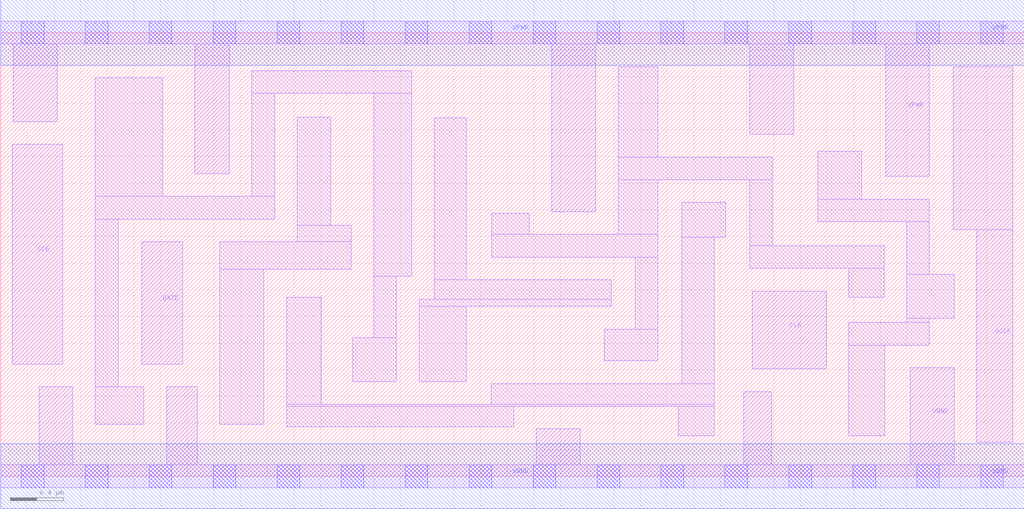
<source format=lef>
# Copyright 2020 The SkyWater PDK Authors
#
# Licensed under the Apache License, Version 2.0 (the "License");
# you may not use this file except in compliance with the License.
# You may obtain a copy of the License at
#
#     https://www.apache.org/licenses/LICENSE-2.0
#
# Unless required by applicable law or agreed to in writing, software
# distributed under the License is distributed on an "AS IS" BASIS,
# WITHOUT WARRANTIES OR CONDITIONS OF ANY KIND, either express or implied.
# See the License for the specific language governing permissions and
# limitations under the License.
#
# SPDX-License-Identifier: Apache-2.0

VERSION 5.7 ;
  NAMESCASESENSITIVE ON ;
  NOWIREEXTENSIONATPIN ON ;
  DIVIDERCHAR "/" ;
  BUSBITCHARS "[]" ;
UNITS
  DATABASE MICRONS 200 ;
END UNITS
MACRO sky130_fd_sc_lp__sdlclkp_1
  CLASS CORE ;
  SOURCE USER ;
  FOREIGN sky130_fd_sc_lp__sdlclkp_1 ;
  ORIGIN  0.000000  0.000000 ;
  SIZE  7.680000 BY  3.330000 ;
  SYMMETRY X Y R90 ;
  SITE unit ;
  PIN GATE
    ANTENNAGATEAREA  0.159000 ;
    DIRECTION INPUT ;
    USE SIGNAL ;
    PORT
      LAYER li1 ;
        RECT 1.060000 0.840000 1.365000 1.760000 ;
    END
  END GATE
  PIN GCLK
    ANTENNADIFFAREA  0.556500 ;
    DIRECTION OUTPUT ;
    USE SIGNAL ;
    PORT
      LAYER li1 ;
        RECT 7.150000 1.850000 7.595000 3.075000 ;
        RECT 7.325000 0.255000 7.595000 1.850000 ;
    END
  END GCLK
  PIN SCE
    ANTENNAGATEAREA  0.159000 ;
    DIRECTION INPUT ;
    USE SIGNAL ;
    PORT
      LAYER li1 ;
        RECT 0.085000 0.840000 0.465000 2.490000 ;
    END
  END SCE
  PIN CLK
    ANTENNAGATEAREA  0.318000 ;
    DIRECTION INPUT ;
    USE CLOCK ;
    PORT
      LAYER li1 ;
        RECT 5.640000 0.805000 6.195000 1.390000 ;
    END
  END CLK
  PIN VGND
    DIRECTION INOUT ;
    USE GROUND ;
    PORT
      LAYER li1 ;
        RECT 0.000000 -0.085000 7.680000 0.085000 ;
        RECT 0.290000  0.085000 0.540000 0.670000 ;
        RECT 1.245000  0.085000 1.475000 0.670000 ;
        RECT 4.020000  0.085000 4.350000 0.355000 ;
        RECT 5.575000  0.085000 5.785000 0.635000 ;
        RECT 6.825000  0.085000 7.155000 0.815000 ;
      LAYER mcon ;
        RECT 0.155000 -0.085000 0.325000 0.085000 ;
        RECT 0.635000 -0.085000 0.805000 0.085000 ;
        RECT 1.115000 -0.085000 1.285000 0.085000 ;
        RECT 1.595000 -0.085000 1.765000 0.085000 ;
        RECT 2.075000 -0.085000 2.245000 0.085000 ;
        RECT 2.555000 -0.085000 2.725000 0.085000 ;
        RECT 3.035000 -0.085000 3.205000 0.085000 ;
        RECT 3.515000 -0.085000 3.685000 0.085000 ;
        RECT 3.995000 -0.085000 4.165000 0.085000 ;
        RECT 4.475000 -0.085000 4.645000 0.085000 ;
        RECT 4.955000 -0.085000 5.125000 0.085000 ;
        RECT 5.435000 -0.085000 5.605000 0.085000 ;
        RECT 5.915000 -0.085000 6.085000 0.085000 ;
        RECT 6.395000 -0.085000 6.565000 0.085000 ;
        RECT 6.875000 -0.085000 7.045000 0.085000 ;
        RECT 7.355000 -0.085000 7.525000 0.085000 ;
      LAYER met1 ;
        RECT 0.000000 -0.245000 7.680000 0.245000 ;
    END
  END VGND
  PIN VPWR
    DIRECTION INOUT ;
    USE POWER ;
    PORT
      LAYER li1 ;
        RECT 0.000000 3.245000 7.680000 3.415000 ;
        RECT 0.095000 2.660000 0.425000 3.245000 ;
        RECT 1.455000 2.270000 1.715000 3.245000 ;
        RECT 4.135000 1.985000 4.465000 3.245000 ;
        RECT 5.620000 2.565000 5.950000 3.245000 ;
        RECT 6.640000 2.250000 6.970000 3.245000 ;
      LAYER mcon ;
        RECT 0.155000 3.245000 0.325000 3.415000 ;
        RECT 0.635000 3.245000 0.805000 3.415000 ;
        RECT 1.115000 3.245000 1.285000 3.415000 ;
        RECT 1.595000 3.245000 1.765000 3.415000 ;
        RECT 2.075000 3.245000 2.245000 3.415000 ;
        RECT 2.555000 3.245000 2.725000 3.415000 ;
        RECT 3.035000 3.245000 3.205000 3.415000 ;
        RECT 3.515000 3.245000 3.685000 3.415000 ;
        RECT 3.995000 3.245000 4.165000 3.415000 ;
        RECT 4.475000 3.245000 4.645000 3.415000 ;
        RECT 4.955000 3.245000 5.125000 3.415000 ;
        RECT 5.435000 3.245000 5.605000 3.415000 ;
        RECT 5.915000 3.245000 6.085000 3.415000 ;
        RECT 6.395000 3.245000 6.565000 3.415000 ;
        RECT 6.875000 3.245000 7.045000 3.415000 ;
        RECT 7.355000 3.245000 7.525000 3.415000 ;
      LAYER met1 ;
        RECT 0.000000 3.085000 7.680000 3.575000 ;
    END
  END VPWR
  OBS
    LAYER li1 ;
      RECT 0.710000 0.390000 1.075000 0.670000 ;
      RECT 0.710000 0.670000 0.880000 1.930000 ;
      RECT 0.710000 1.930000 2.055000 2.100000 ;
      RECT 0.710000 2.100000 1.215000 2.990000 ;
      RECT 1.645000 0.390000 1.975000 1.555000 ;
      RECT 1.645000 1.555000 2.630000 1.760000 ;
      RECT 1.885000 2.100000 2.055000 2.875000 ;
      RECT 1.885000 2.875000 3.085000 3.045000 ;
      RECT 2.145000 0.370000 3.850000 0.525000 ;
      RECT 2.145000 0.525000 5.355000 0.540000 ;
      RECT 2.145000 0.540000 2.405000 1.345000 ;
      RECT 2.225000 1.760000 2.630000 1.885000 ;
      RECT 2.225000 1.885000 2.475000 2.695000 ;
      RECT 2.640000 0.710000 2.970000 1.040000 ;
      RECT 2.800000 1.040000 2.970000 1.500000 ;
      RECT 2.800000 1.500000 3.085000 2.875000 ;
      RECT 3.140000 0.710000 3.495000 1.275000 ;
      RECT 3.140000 1.275000 4.580000 1.330000 ;
      RECT 3.255000 1.330000 4.580000 1.475000 ;
      RECT 3.255000 1.475000 3.495000 2.690000 ;
      RECT 3.680000 0.540000 5.355000 0.695000 ;
      RECT 3.685000 1.645000 4.930000 1.815000 ;
      RECT 3.685000 1.815000 3.965000 1.975000 ;
      RECT 4.530000 0.865000 4.930000 1.105000 ;
      RECT 4.635000 1.815000 4.930000 2.225000 ;
      RECT 4.635000 2.225000 5.790000 2.395000 ;
      RECT 4.635000 2.395000 4.930000 3.075000 ;
      RECT 4.760000 1.105000 4.930000 1.645000 ;
      RECT 5.085000 0.305000 5.355000 0.525000 ;
      RECT 5.110000 0.695000 5.355000 1.795000 ;
      RECT 5.110000 1.795000 5.440000 2.055000 ;
      RECT 5.620000 1.560000 6.630000 1.730000 ;
      RECT 5.620000 1.730000 5.790000 2.225000 ;
      RECT 6.130000 1.910000 6.970000 2.080000 ;
      RECT 6.130000 2.080000 6.460000 2.440000 ;
      RECT 6.365000 0.305000 6.635000 0.985000 ;
      RECT 6.365000 0.985000 6.970000 1.155000 ;
      RECT 6.365000 1.345000 6.630000 1.560000 ;
      RECT 6.800000 1.155000 6.970000 1.185000 ;
      RECT 6.800000 1.185000 7.155000 1.515000 ;
      RECT 6.800000 1.515000 6.970000 1.910000 ;
  END
END sky130_fd_sc_lp__sdlclkp_1

</source>
